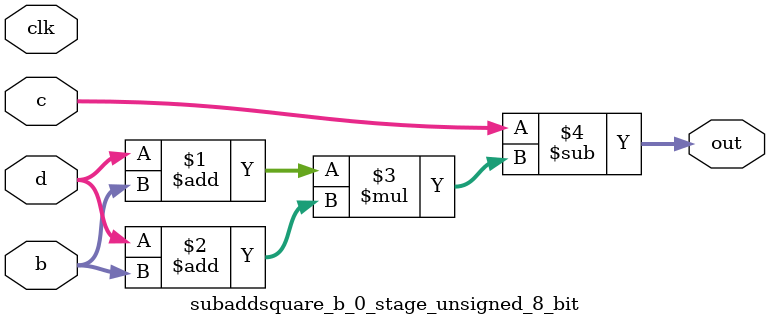
<source format=sv>
(* use_dsp = "yes" *) module subaddsquare_b_0_stage_unsigned_8_bit(
	input  [7:0] b,
	input  [7:0] c,
	input  [7:0] d,
	output [7:0] out,
	input clk);

	assign out = c - ((d + b) * (d + b));
endmodule

</source>
